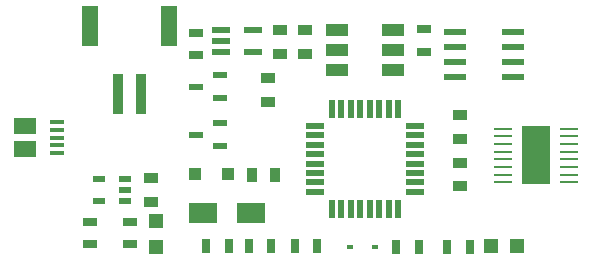
<source format=gtp>
G04 #@! TF.GenerationSoftware,KiCad,Pcbnew,(5.0.0-rc2-dev-444-g2974a2c10)*
G04 #@! TF.CreationDate,2020-01-18T11:43:08-08:00*
G04 #@! TF.ProjectId,StringCar_M0_Express,537472696E674361725F4D305F457870,v05*
G04 #@! TF.SameCoordinates,Original*
G04 #@! TF.FileFunction,Paste,Top*
G04 #@! TF.FilePolarity,Positive*
%FSLAX46Y46*%
G04 Gerber Fmt 4.6, Leading zero omitted, Abs format (unit mm)*
G04 Created by KiCad (PCBNEW (5.0.0-rc2-dev-444-g2974a2c10)) date 01/18/20 11:43:08*
%MOMM*%
%LPD*%
G01*
G04 APERTURE LIST*
%ADD10R,0.500000X1.550000*%
%ADD11R,1.550000X0.500000*%
%ADD12R,1.150000X1.150000*%
%ADD13R,1.950000X0.550000*%
%ADD14R,0.950000X1.200000*%
%ADD15R,1.200000X0.950000*%
%ADD16R,0.650000X1.250000*%
%ADD17R,1.250000X0.650000*%
%ADD18R,1.850000X1.450000*%
%ADD19R,1.300000X0.350000*%
%ADD20R,1.450000X3.350000*%
%ADD21R,0.950000X3.450000*%
%ADD22R,1.950000X1.050000*%
%ADD23R,1.010000X0.600000*%
%ADD24R,1.510000X0.600000*%
%ADD25R,1.050000X1.050000*%
%ADD26R,2.450000X1.750000*%
%ADD27R,1.250000X0.550000*%
%ADD28R,0.550000X0.400000*%
%ADD29R,1.550000X0.250000*%
%ADD30R,2.410000X4.950000*%
G04 APERTURE END LIST*
D10*
X121400000Y-111450000D03*
X122200000Y-111450000D03*
X123000000Y-111450000D03*
X123800000Y-111450000D03*
X124600000Y-111450000D03*
X125400000Y-111450000D03*
X126200000Y-111450000D03*
X127000000Y-111450000D03*
D11*
X128450000Y-110000000D03*
X128450000Y-109200000D03*
X128450000Y-108400000D03*
X128450000Y-107600000D03*
X128450000Y-106800000D03*
X128450000Y-106000000D03*
X128450000Y-105200000D03*
X128450000Y-104400000D03*
D10*
X127000000Y-102950000D03*
X126200000Y-102950000D03*
X125400000Y-102950000D03*
X124600000Y-102950000D03*
X123800000Y-102950000D03*
X123000000Y-102950000D03*
X122200000Y-102950000D03*
X121400000Y-102950000D03*
D11*
X119950000Y-104400000D03*
X119950000Y-105200000D03*
X119950000Y-106000000D03*
X119950000Y-106800000D03*
X119950000Y-107600000D03*
X119950000Y-108400000D03*
X119950000Y-109200000D03*
X119950000Y-110000000D03*
D12*
X106500000Y-112500000D03*
X106500000Y-114700000D03*
X134827141Y-114600000D03*
X137027141Y-114600000D03*
D13*
X131850000Y-99035000D03*
X136750000Y-96495000D03*
X136750000Y-97765000D03*
X136750000Y-99035000D03*
X136750000Y-100305000D03*
X131850000Y-100305000D03*
X131850000Y-97765000D03*
X131850000Y-96495000D03*
D14*
X116600000Y-108600000D03*
X114600000Y-108600000D03*
D15*
X132234961Y-103517179D03*
X132234961Y-105517179D03*
D16*
X131177141Y-114636064D03*
X133077141Y-114636064D03*
D17*
X129200000Y-96250000D03*
X129200000Y-98150000D03*
D15*
X132234961Y-109517179D03*
X132234961Y-107517179D03*
X117008814Y-96294058D03*
X117008814Y-98294058D03*
D17*
X104272016Y-114450000D03*
X104272016Y-112550000D03*
X109900000Y-98410000D03*
X109900000Y-96510000D03*
D16*
X118250000Y-114600000D03*
X120150000Y-114600000D03*
D15*
X119152148Y-96294058D03*
X119152148Y-98294058D03*
X106100000Y-108821323D03*
X106100000Y-110821323D03*
D18*
X95408000Y-106410000D03*
D19*
X98108000Y-104760000D03*
X98108000Y-104110000D03*
X98108000Y-106710000D03*
X98108000Y-106060000D03*
X98108000Y-105410000D03*
D18*
X95408000Y-104410000D03*
D20*
X100917000Y-95931000D03*
X107617000Y-95931000D03*
D21*
X103267000Y-101681000D03*
X105267000Y-101681000D03*
D22*
X126600000Y-96300000D03*
X126600000Y-98000000D03*
X126600000Y-99700000D03*
X121800000Y-99700000D03*
X121800000Y-98000000D03*
X121800000Y-96300000D03*
D17*
X100900000Y-114450000D03*
X100900000Y-112550000D03*
D16*
X116250000Y-114600000D03*
X114350000Y-114600000D03*
D23*
X101646033Y-110771323D03*
X101646033Y-108871323D03*
X103846033Y-108871323D03*
X103846033Y-109821323D03*
X103846033Y-110771323D03*
D24*
X114728333Y-96260000D03*
X114728333Y-98160000D03*
X112028333Y-98160000D03*
X112028333Y-97210000D03*
X112028333Y-96260000D03*
D25*
X112600000Y-108500000D03*
X109800000Y-108500000D03*
D26*
X114500000Y-111800000D03*
X110500000Y-111800000D03*
D27*
X111950000Y-106106000D03*
X111950000Y-104206000D03*
X109850000Y-105156000D03*
X109850000Y-101092000D03*
X111950000Y-100142000D03*
X111950000Y-102042000D03*
D16*
X126850000Y-114700000D03*
X128750000Y-114700000D03*
X110750000Y-114600000D03*
X112650000Y-114600000D03*
D28*
X122950000Y-114700000D03*
X125050000Y-114700000D03*
D29*
X141434961Y-109192179D03*
D30*
X138634961Y-106917179D03*
D29*
X135834961Y-109192179D03*
X141434961Y-108542179D03*
X141434961Y-107892179D03*
X141434961Y-107242179D03*
X141434961Y-106592179D03*
X141434961Y-105942179D03*
X141434961Y-105292179D03*
X141434961Y-104642179D03*
X135834961Y-104642179D03*
X135834961Y-105292179D03*
X135834961Y-105942179D03*
X135834961Y-106592179D03*
X135834961Y-107242179D03*
X135834961Y-107892179D03*
X135834961Y-108542179D03*
D15*
X116000000Y-102400000D03*
X116000000Y-100400000D03*
M02*

</source>
